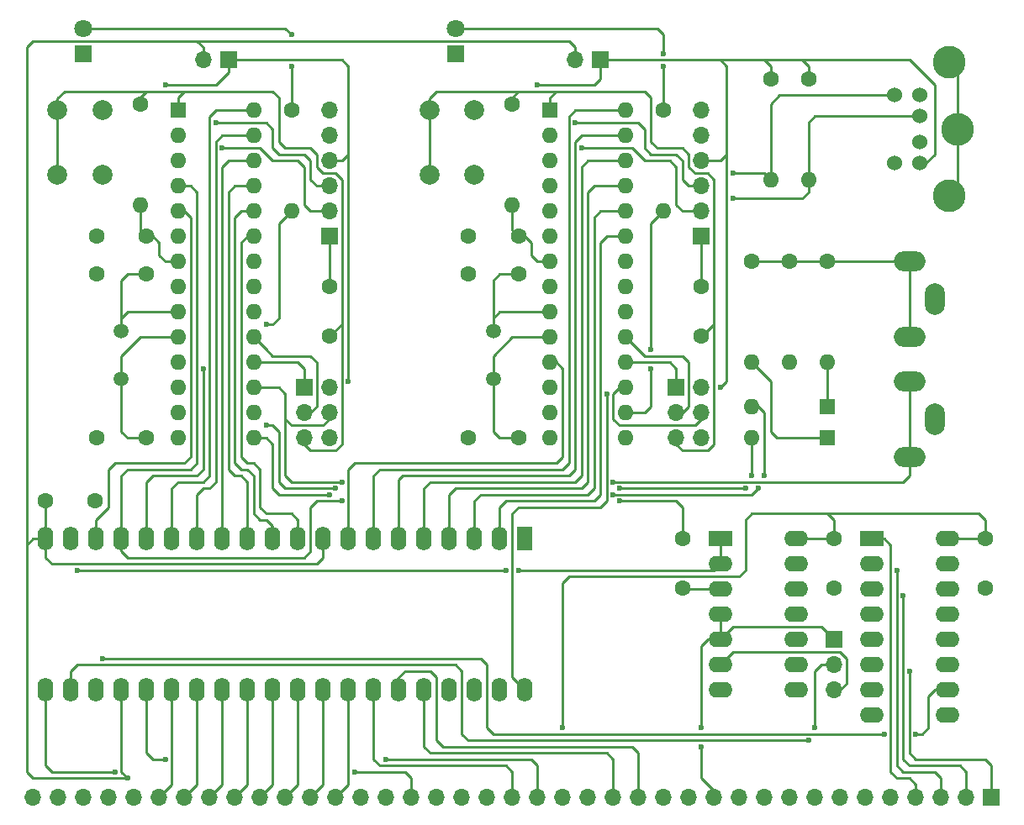
<source format=gtl>
G04 #@! TF.FileFunction,Copper,L1,Top,Signal*
%FSLAX46Y46*%
G04 Gerber Fmt 4.6, Leading zero omitted, Abs format (unit mm)*
G04 Created by KiCad (PCBNEW 4.0.7) date 01/22/20 13:23:20*
%MOMM*%
%LPD*%
G01*
G04 APERTURE LIST*
%ADD10C,0.100000*%
%ADD11C,1.600000*%
%ADD12R,1.600000X1.600000*%
%ADD13O,1.600000X1.600000*%
%ADD14R,1.800000X1.800000*%
%ADD15C,1.800000*%
%ADD16R,1.700000X1.700000*%
%ADD17O,1.700000X1.700000*%
%ADD18O,3.197860X1.998980*%
%ADD19O,1.998980X3.197860*%
%ADD20C,3.300000*%
%ADD21C,1.524000*%
%ADD22C,2.000000*%
%ADD23R,1.600000X2.400000*%
%ADD24O,1.600000X2.400000*%
%ADD25R,2.400000X1.600000*%
%ADD26O,2.400000X1.600000*%
%ADD27C,1.500000*%
%ADD28C,0.600000*%
%ADD29C,0.250000*%
G04 APERTURE END LIST*
D10*
D11*
X98425000Y-107315000D03*
X103425000Y-107315000D03*
X193040000Y-111125000D03*
X193040000Y-116125000D03*
X177800000Y-111125000D03*
X177800000Y-116125000D03*
X164465000Y-85725000D03*
X164465000Y-90725000D03*
X127000000Y-85725000D03*
X127000000Y-90725000D03*
X146050000Y-84455000D03*
X141050000Y-84455000D03*
X146050000Y-80645000D03*
X141050000Y-80645000D03*
X108585000Y-80645000D03*
X103585000Y-80645000D03*
X162560000Y-111125000D03*
X162560000Y-116125000D03*
X146050000Y-100965000D03*
X141050000Y-100965000D03*
X108585000Y-84455000D03*
X103585000Y-84455000D03*
X108585000Y-100965000D03*
X103585000Y-100965000D03*
D12*
X177165000Y-97790000D03*
D13*
X169545000Y-97790000D03*
D12*
X177165000Y-100965000D03*
D13*
X169545000Y-100965000D03*
D14*
X102235000Y-62230000D03*
D15*
X102235000Y-59690000D03*
D14*
X139700000Y-62230000D03*
D15*
X139700000Y-59690000D03*
D16*
X193675000Y-137160000D03*
D17*
X191135000Y-137160000D03*
X188595000Y-137160000D03*
X186055000Y-137160000D03*
X183515000Y-137160000D03*
X180975000Y-137160000D03*
X178435000Y-137160000D03*
X175895000Y-137160000D03*
X173355000Y-137160000D03*
X170815000Y-137160000D03*
X168275000Y-137160000D03*
X165735000Y-137160000D03*
X163195000Y-137160000D03*
X160655000Y-137160000D03*
X158115000Y-137160000D03*
X155575000Y-137160000D03*
X153035000Y-137160000D03*
X150495000Y-137160000D03*
X147955000Y-137160000D03*
X145415000Y-137160000D03*
X142875000Y-137160000D03*
X140335000Y-137160000D03*
X137795000Y-137160000D03*
X135255000Y-137160000D03*
X132715000Y-137160000D03*
X130175000Y-137160000D03*
X127635000Y-137160000D03*
X125095000Y-137160000D03*
X122555000Y-137160000D03*
X120015000Y-137160000D03*
X117475000Y-137160000D03*
X114935000Y-137160000D03*
X112395000Y-137160000D03*
X109855000Y-137160000D03*
X107315000Y-137160000D03*
X104775000Y-137160000D03*
X102235000Y-137160000D03*
X99695000Y-137160000D03*
X97155000Y-137160000D03*
D16*
X161925000Y-95885000D03*
D17*
X164465000Y-95885000D03*
X161925000Y-98425000D03*
X164465000Y-98425000D03*
X161925000Y-100965000D03*
X164465000Y-100965000D03*
D16*
X124460000Y-95885000D03*
D17*
X127000000Y-95885000D03*
X124460000Y-98425000D03*
X127000000Y-98425000D03*
X124460000Y-100965000D03*
X127000000Y-100965000D03*
D18*
X185420000Y-95250000D03*
D19*
X187960000Y-99060000D03*
D18*
X185420000Y-102870000D03*
X185420000Y-83185000D03*
D19*
X187960000Y-86995000D03*
D18*
X185420000Y-90805000D03*
D20*
X189445000Y-63100000D03*
X189445000Y-76600000D03*
D21*
X186445000Y-73250000D03*
X183945000Y-73250000D03*
X186445000Y-66450000D03*
X183945000Y-66450000D03*
X186445000Y-71150000D03*
X186445000Y-68550000D03*
D20*
X190245000Y-69850000D03*
D16*
X154305000Y-62865000D03*
D17*
X151765000Y-62865000D03*
D16*
X116840000Y-62865000D03*
D17*
X114300000Y-62865000D03*
D11*
X145415000Y-67310000D03*
D13*
X145415000Y-77470000D03*
D11*
X107950000Y-67310000D03*
D13*
X107950000Y-77470000D03*
D11*
X177165000Y-83185000D03*
D13*
X177165000Y-93345000D03*
D11*
X169545000Y-83185000D03*
D13*
X169545000Y-93345000D03*
D11*
X173355000Y-83185000D03*
D13*
X173355000Y-93345000D03*
D11*
X123190000Y-67945000D03*
D13*
X123190000Y-78105000D03*
D11*
X160655000Y-67945000D03*
D13*
X160655000Y-78105000D03*
D11*
X171450000Y-64770000D03*
D13*
X171450000Y-74930000D03*
D11*
X175260000Y-64770000D03*
D13*
X175260000Y-74930000D03*
D22*
X137105000Y-67945000D03*
X141605000Y-67945000D03*
X137105000Y-74445000D03*
X141605000Y-74445000D03*
X99640000Y-67945000D03*
X104140000Y-67945000D03*
X99640000Y-74445000D03*
X104140000Y-74445000D03*
D23*
X146685000Y-111125000D03*
D24*
X98425000Y-126365000D03*
X144145000Y-111125000D03*
X100965000Y-126365000D03*
X141605000Y-111125000D03*
X103505000Y-126365000D03*
X139065000Y-111125000D03*
X106045000Y-126365000D03*
X136525000Y-111125000D03*
X108585000Y-126365000D03*
X133985000Y-111125000D03*
X111125000Y-126365000D03*
X131445000Y-111125000D03*
X113665000Y-126365000D03*
X128905000Y-111125000D03*
X116205000Y-126365000D03*
X126365000Y-111125000D03*
X118745000Y-126365000D03*
X123825000Y-111125000D03*
X121285000Y-126365000D03*
X121285000Y-111125000D03*
X123825000Y-126365000D03*
X118745000Y-111125000D03*
X126365000Y-126365000D03*
X116205000Y-111125000D03*
X128905000Y-126365000D03*
X113665000Y-111125000D03*
X131445000Y-126365000D03*
X111125000Y-111125000D03*
X133985000Y-126365000D03*
X108585000Y-111125000D03*
X136525000Y-126365000D03*
X106045000Y-111125000D03*
X139065000Y-126365000D03*
X103505000Y-111125000D03*
X141605000Y-126365000D03*
X100965000Y-111125000D03*
X144145000Y-126365000D03*
X98425000Y-111125000D03*
X146685000Y-126365000D03*
D25*
X181610000Y-111125000D03*
D26*
X189230000Y-128905000D03*
X181610000Y-113665000D03*
X189230000Y-126365000D03*
X181610000Y-116205000D03*
X189230000Y-123825000D03*
X181610000Y-118745000D03*
X189230000Y-121285000D03*
X181610000Y-121285000D03*
X189230000Y-118745000D03*
X181610000Y-123825000D03*
X189230000Y-116205000D03*
X181610000Y-126365000D03*
X189230000Y-113665000D03*
X181610000Y-128905000D03*
X189230000Y-111125000D03*
D25*
X166370000Y-111125000D03*
D26*
X173990000Y-126365000D03*
X166370000Y-113665000D03*
X173990000Y-123825000D03*
X166370000Y-116205000D03*
X173990000Y-121285000D03*
X166370000Y-118745000D03*
X173990000Y-118745000D03*
X166370000Y-121285000D03*
X173990000Y-116205000D03*
X166370000Y-123825000D03*
X173990000Y-113665000D03*
X166370000Y-126365000D03*
X173990000Y-111125000D03*
D27*
X143510000Y-90170000D03*
X143510000Y-95050000D03*
X106045000Y-90170000D03*
X106045000Y-95050000D03*
D16*
X164465000Y-80645000D03*
D17*
X164465000Y-78105000D03*
X164465000Y-75565000D03*
X164465000Y-73025000D03*
X164465000Y-70485000D03*
X164465000Y-67945000D03*
D16*
X127000000Y-80645000D03*
D17*
X127000000Y-78105000D03*
X127000000Y-75565000D03*
X127000000Y-73025000D03*
X127000000Y-70485000D03*
X127000000Y-67945000D03*
D12*
X149225000Y-67945000D03*
D13*
X156845000Y-100965000D03*
X149225000Y-70485000D03*
X156845000Y-98425000D03*
X149225000Y-73025000D03*
X156845000Y-95885000D03*
X149225000Y-75565000D03*
X156845000Y-93345000D03*
X149225000Y-78105000D03*
X156845000Y-90805000D03*
X149225000Y-80645000D03*
X156845000Y-88265000D03*
X149225000Y-83185000D03*
X156845000Y-85725000D03*
X149225000Y-85725000D03*
X156845000Y-83185000D03*
X149225000Y-88265000D03*
X156845000Y-80645000D03*
X149225000Y-90805000D03*
X156845000Y-78105000D03*
X149225000Y-93345000D03*
X156845000Y-75565000D03*
X149225000Y-95885000D03*
X156845000Y-73025000D03*
X149225000Y-98425000D03*
X156845000Y-70485000D03*
X149225000Y-100965000D03*
X156845000Y-67945000D03*
D12*
X111760000Y-67945000D03*
D13*
X119380000Y-100965000D03*
X111760000Y-70485000D03*
X119380000Y-98425000D03*
X111760000Y-73025000D03*
X119380000Y-95885000D03*
X111760000Y-75565000D03*
X119380000Y-93345000D03*
X111760000Y-78105000D03*
X119380000Y-90805000D03*
X111760000Y-80645000D03*
X119380000Y-88265000D03*
X111760000Y-83185000D03*
X119380000Y-85725000D03*
X111760000Y-85725000D03*
X119380000Y-83185000D03*
X111760000Y-88265000D03*
X119380000Y-80645000D03*
X111760000Y-90805000D03*
X119380000Y-78105000D03*
X111760000Y-93345000D03*
X119380000Y-75565000D03*
X111760000Y-95885000D03*
X119380000Y-73025000D03*
X111760000Y-98425000D03*
X119380000Y-70485000D03*
X111760000Y-100965000D03*
X119380000Y-67945000D03*
D16*
X177800000Y-121285000D03*
D17*
X177800000Y-123825000D03*
X177800000Y-126365000D03*
D28*
X150495000Y-130175000D03*
X106680000Y-135255000D03*
X166370000Y-95885000D03*
X147955000Y-65405000D03*
X128905000Y-95250000D03*
X110490000Y-65405000D03*
X156210000Y-107315000D03*
X128270000Y-107315000D03*
X127000000Y-106680000D03*
X155575000Y-106680000D03*
X170815000Y-104775000D03*
X170180000Y-106045000D03*
X120650000Y-99695000D03*
X127635000Y-106045000D03*
X156210000Y-106045000D03*
X169545000Y-104775000D03*
X168910000Y-106045000D03*
X123190000Y-63500000D03*
X123190000Y-60325000D03*
X160655000Y-62230000D03*
X160655000Y-63500000D03*
X185420000Y-124460000D03*
X184785000Y-116840000D03*
X184150000Y-114300000D03*
X164465000Y-132080000D03*
X164465000Y-130175000D03*
X110490000Y-133350000D03*
X132715000Y-133350000D03*
X105410000Y-134620000D03*
X129540000Y-134620000D03*
X152400000Y-71755000D03*
X151765000Y-69215000D03*
X116205000Y-71755000D03*
X115570000Y-69215000D03*
X128270000Y-105410000D03*
X155575000Y-105410000D03*
X167640000Y-74295000D03*
X167640000Y-76835000D03*
X182880000Y-130810000D03*
X186055000Y-130810000D03*
X104140000Y-123190000D03*
X114300000Y-93980000D03*
X146050000Y-114300000D03*
X144780000Y-114300000D03*
X101600000Y-114300000D03*
X154940000Y-96520000D03*
X120650000Y-89535000D03*
X159385000Y-92075000D03*
X159385000Y-93980000D03*
X175895000Y-130175000D03*
X175260000Y-131445000D03*
D29*
X177800000Y-109220000D02*
X177165000Y-108585000D01*
X178435000Y-108585000D02*
X177165000Y-108585000D01*
X177165000Y-108585000D02*
X169545000Y-108585000D01*
X168910000Y-114300000D02*
X168910000Y-111760000D01*
X168275000Y-114935000D02*
X168910000Y-114300000D01*
X151130000Y-114935000D02*
X168275000Y-114935000D01*
X150495000Y-130175000D02*
X150495000Y-115570000D01*
X150495000Y-115570000D02*
X151130000Y-114935000D01*
X169545000Y-108585000D02*
X168910000Y-109220000D01*
X168910000Y-109220000D02*
X168910000Y-111760000D01*
X177800000Y-111125000D02*
X177800000Y-109220000D01*
X193040000Y-109220000D02*
X193040000Y-111125000D01*
X178435000Y-108585000D02*
X192405000Y-108585000D01*
X192405000Y-108585000D02*
X193040000Y-109220000D01*
X126365000Y-112395000D02*
X126365000Y-113030000D01*
X98425000Y-113030000D02*
X98425000Y-112395000D01*
X99060000Y-113665000D02*
X98425000Y-113030000D01*
X125730000Y-113665000D02*
X99060000Y-113665000D01*
X126365000Y-113030000D02*
X125730000Y-113665000D01*
X189230000Y-111125000D02*
X193040000Y-111125000D01*
X173990000Y-111125000D02*
X177800000Y-111125000D01*
X119380000Y-60960000D02*
X151130000Y-60960000D01*
X113665000Y-60960000D02*
X119380000Y-60960000D01*
X151765000Y-61595000D02*
X151765000Y-62865000D01*
X151130000Y-60960000D02*
X151765000Y-61595000D01*
X114300000Y-62865000D02*
X114300000Y-61595000D01*
X114300000Y-61595000D02*
X113665000Y-60960000D01*
X96520000Y-103505000D02*
X96520000Y-61595000D01*
X96520000Y-111760000D02*
X96520000Y-103505000D01*
X97155000Y-60960000D02*
X113665000Y-60960000D01*
X96520000Y-61595000D02*
X97155000Y-60960000D01*
X98425000Y-111125000D02*
X98425000Y-112395000D01*
X126365000Y-112395000D02*
X126365000Y-111125000D01*
X98425000Y-107315000D02*
X98425000Y-111125000D01*
X96520000Y-113030000D02*
X96520000Y-111760000D01*
X97155000Y-135255000D02*
X96520000Y-134620000D01*
X96520000Y-134620000D02*
X96520000Y-113030000D01*
X106680000Y-135255000D02*
X97155000Y-135255000D01*
X97155000Y-111125000D02*
X98425000Y-111125000D01*
X96520000Y-111760000D02*
X97155000Y-111125000D01*
X106045000Y-134620000D02*
X106045000Y-126365000D01*
X106680000Y-135255000D02*
X106045000Y-134620000D01*
X164465000Y-80645000D02*
X164465000Y-85725000D01*
X162560000Y-71755000D02*
X163195000Y-72390000D01*
X165100000Y-74295000D02*
X165735000Y-74930000D01*
X163830000Y-74295000D02*
X165100000Y-74295000D01*
X163195000Y-73660000D02*
X163830000Y-74295000D01*
X163195000Y-72390000D02*
X163195000Y-73660000D01*
X164465000Y-90725000D02*
X164545000Y-90725000D01*
X164545000Y-90725000D02*
X165735000Y-89535000D01*
X165735000Y-91995000D02*
X165735000Y-90170000D01*
X165735000Y-74930000D02*
X165735000Y-89535000D01*
X165735000Y-89535000D02*
X165735000Y-90170000D01*
X149860000Y-66040000D02*
X158750000Y-66040000D01*
X160020000Y-71755000D02*
X162560000Y-71755000D01*
X159385000Y-71120000D02*
X160020000Y-71755000D01*
X159385000Y-66675000D02*
X159385000Y-71120000D01*
X158750000Y-66040000D02*
X159385000Y-66675000D01*
X148590000Y-66040000D02*
X149860000Y-66040000D01*
X149860000Y-66040000D02*
X149225000Y-66675000D01*
X145415000Y-67310000D02*
X145415000Y-66675000D01*
X145415000Y-66675000D02*
X146050000Y-66040000D01*
X137105000Y-67945000D02*
X137105000Y-74445000D01*
X149225000Y-67945000D02*
X149225000Y-66675000D01*
X137105000Y-66730000D02*
X137105000Y-67945000D01*
X137795000Y-66040000D02*
X137105000Y-66730000D01*
X148590000Y-66040000D02*
X146050000Y-66040000D01*
X146050000Y-66040000D02*
X137795000Y-66040000D01*
X165735000Y-94615000D02*
X165735000Y-91995000D01*
X165100000Y-102235000D02*
X165735000Y-101600000D01*
X165735000Y-101600000D02*
X165735000Y-94615000D01*
X161925000Y-100965000D02*
X161925000Y-101600000D01*
X161925000Y-101600000D02*
X162560000Y-102235000D01*
X162560000Y-102235000D02*
X163195000Y-102235000D01*
X165100000Y-102235000D02*
X163195000Y-102235000D01*
X127000000Y-80645000D02*
X127000000Y-85725000D01*
X125095000Y-71755000D02*
X125730000Y-72390000D01*
X127635000Y-74295000D02*
X128270000Y-74930000D01*
X126365000Y-74295000D02*
X127635000Y-74295000D01*
X125730000Y-73660000D02*
X126365000Y-74295000D01*
X125730000Y-72390000D02*
X125730000Y-73660000D01*
X127000000Y-90725000D02*
X127080000Y-90725000D01*
X127080000Y-90725000D02*
X128270000Y-89535000D01*
X111760000Y-66675000D02*
X112395000Y-66040000D01*
X111125000Y-66040000D02*
X112395000Y-66040000D01*
X112395000Y-66040000D02*
X121285000Y-66040000D01*
X121285000Y-66040000D02*
X121920000Y-66675000D01*
X121920000Y-66675000D02*
X121920000Y-71120000D01*
X121920000Y-71120000D02*
X122555000Y-71755000D01*
X122555000Y-71755000D02*
X125095000Y-71755000D01*
X128270000Y-74930000D02*
X128270000Y-89535000D01*
X128270000Y-89535000D02*
X128270000Y-91995000D01*
X124460000Y-100965000D02*
X124460000Y-101600000D01*
X124460000Y-101600000D02*
X125095000Y-102235000D01*
X128270000Y-101600000D02*
X128270000Y-91995000D01*
X127635000Y-102235000D02*
X128270000Y-101600000D01*
X125095000Y-102235000D02*
X127635000Y-102235000D01*
X107950000Y-67310000D02*
X107950000Y-66675000D01*
X107950000Y-66675000D02*
X108585000Y-66040000D01*
X107315000Y-66040000D02*
X108585000Y-66040000D01*
X108585000Y-66040000D02*
X111125000Y-66040000D01*
X111760000Y-66675000D02*
X111760000Y-67945000D01*
X99640000Y-66730000D02*
X99640000Y-67945000D01*
X100330000Y-66040000D02*
X99640000Y-66730000D01*
X107315000Y-66040000D02*
X100330000Y-66040000D01*
X99640000Y-74445000D02*
X99640000Y-67945000D01*
X149225000Y-88265000D02*
X144145000Y-88265000D01*
X144145000Y-88265000D02*
X143510000Y-88900000D01*
X143510000Y-90170000D02*
X143510000Y-88900000D01*
X143510000Y-88900000D02*
X143510000Y-85090000D01*
X144145000Y-84455000D02*
X146050000Y-84455000D01*
X143510000Y-85090000D02*
X144145000Y-84455000D01*
X175260000Y-64770000D02*
X175260000Y-63500000D01*
X175260000Y-63500000D02*
X174625000Y-62865000D01*
X186445000Y-73250000D02*
X187100000Y-73250000D01*
X187100000Y-73250000D02*
X187960000Y-72390000D01*
X185420000Y-62865000D02*
X174625000Y-62865000D01*
X187960000Y-65405000D02*
X185420000Y-62865000D01*
X187960000Y-72390000D02*
X187960000Y-65405000D01*
X174625000Y-62865000D02*
X170815000Y-62865000D01*
X166370000Y-62865000D02*
X170815000Y-62865000D01*
X171450000Y-63500000D02*
X171450000Y-64770000D01*
X170815000Y-62865000D02*
X171450000Y-63500000D01*
X167005000Y-72390000D02*
X167005000Y-95250000D01*
X167005000Y-95250000D02*
X166370000Y-95885000D01*
X167005000Y-66040000D02*
X167005000Y-72390000D01*
X166370000Y-62865000D02*
X167005000Y-63500000D01*
X167005000Y-63500000D02*
X167005000Y-66040000D01*
X154305000Y-62865000D02*
X166370000Y-62865000D01*
X166370000Y-73025000D02*
X164465000Y-73025000D01*
X167005000Y-72390000D02*
X166370000Y-73025000D01*
X154305000Y-64770000D02*
X154305000Y-62865000D01*
X153670000Y-65405000D02*
X154305000Y-64770000D01*
X147955000Y-65405000D02*
X153670000Y-65405000D01*
X149225000Y-83185000D02*
X147955000Y-83185000D01*
X147320000Y-81280000D02*
X146685000Y-80645000D01*
X147320000Y-82550000D02*
X147320000Y-81280000D01*
X147955000Y-83185000D02*
X147320000Y-82550000D01*
X146685000Y-80645000D02*
X146050000Y-80645000D01*
X145415000Y-77470000D02*
X145415000Y-80010000D01*
X145415000Y-80010000D02*
X146050000Y-80645000D01*
X128905000Y-72390000D02*
X128905000Y-95250000D01*
X127000000Y-73025000D02*
X128270000Y-73025000D01*
X128270000Y-62865000D02*
X127635000Y-62865000D01*
X128905000Y-63500000D02*
X128270000Y-62865000D01*
X128905000Y-72390000D02*
X128905000Y-63500000D01*
X128270000Y-73025000D02*
X128905000Y-72390000D01*
X116840000Y-62865000D02*
X123825000Y-62865000D01*
X127635000Y-62865000D02*
X123825000Y-62865000D01*
X127000000Y-73025000D02*
X127635000Y-73025000D01*
X116840000Y-62865000D02*
X116840000Y-64135000D01*
X116840000Y-64135000D02*
X115570000Y-65405000D01*
X115570000Y-65405000D02*
X110490000Y-65405000D01*
X111760000Y-83185000D02*
X110490000Y-83185000D01*
X109855000Y-81280000D02*
X109220000Y-80645000D01*
X109855000Y-82550000D02*
X109855000Y-81280000D01*
X110490000Y-83185000D02*
X109855000Y-82550000D01*
X109220000Y-80645000D02*
X108585000Y-80645000D01*
X107950000Y-77470000D02*
X107950000Y-80010000D01*
X107950000Y-80010000D02*
X108585000Y-80645000D01*
X125095000Y-111125000D02*
X125095000Y-112395000D01*
X162560000Y-107950000D02*
X161925000Y-107315000D01*
X161925000Y-107315000D02*
X156210000Y-107315000D01*
X128270000Y-107315000D02*
X125730000Y-107315000D01*
X125730000Y-107315000D02*
X125095000Y-107950000D01*
X125095000Y-107950000D02*
X125095000Y-111125000D01*
X162560000Y-111125000D02*
X162560000Y-107950000D01*
X106045000Y-112395000D02*
X106045000Y-111125000D01*
X106680000Y-113030000D02*
X106045000Y-112395000D01*
X124460000Y-113030000D02*
X106680000Y-113030000D01*
X125095000Y-112395000D02*
X124460000Y-113030000D01*
X106045000Y-107950000D02*
X106045000Y-104775000D01*
X113030000Y-104140000D02*
X113665000Y-103505000D01*
X106680000Y-104140000D02*
X113030000Y-104140000D01*
X106045000Y-104775000D02*
X106680000Y-104140000D01*
X106045000Y-111125000D02*
X106045000Y-107950000D01*
X113030000Y-75565000D02*
X111760000Y-75565000D01*
X113665000Y-76200000D02*
X113030000Y-75565000D01*
X113665000Y-103505000D02*
X113665000Y-76200000D01*
X166370000Y-116205000D02*
X162640000Y-116205000D01*
X162640000Y-116205000D02*
X162560000Y-116125000D01*
X149225000Y-90805000D02*
X145415000Y-90805000D01*
X143510000Y-92710000D02*
X143510000Y-95050000D01*
X145415000Y-90805000D02*
X143510000Y-92710000D01*
X143510000Y-95050000D02*
X143510000Y-100330000D01*
X144145000Y-100965000D02*
X146050000Y-100965000D01*
X143510000Y-100330000D02*
X144145000Y-100965000D01*
X111760000Y-88265000D02*
X106680000Y-88265000D01*
X106680000Y-88265000D02*
X106045000Y-88900000D01*
X106045000Y-90170000D02*
X106045000Y-88900000D01*
X106045000Y-88900000D02*
X106045000Y-85090000D01*
X106045000Y-85090000D02*
X106680000Y-84455000D01*
X106680000Y-84455000D02*
X108585000Y-84455000D01*
X110490000Y-90805000D02*
X107950000Y-90805000D01*
X106045000Y-92710000D02*
X106045000Y-95050000D01*
X107950000Y-90805000D02*
X106045000Y-92710000D01*
X111760000Y-90805000D02*
X110490000Y-90805000D01*
X106045000Y-95050000D02*
X106045000Y-100330000D01*
X106680000Y-100965000D02*
X108585000Y-100965000D01*
X106045000Y-100330000D02*
X106680000Y-100965000D01*
X177165000Y-93345000D02*
X177165000Y-97790000D01*
X155575000Y-106680000D02*
X169545000Y-106680000D01*
X120650000Y-100965000D02*
X121285000Y-101600000D01*
X121285000Y-101600000D02*
X121285000Y-106045000D01*
X121285000Y-106045000D02*
X121920000Y-106680000D01*
X121920000Y-106680000D02*
X127000000Y-106680000D01*
X119380000Y-100965000D02*
X120650000Y-100965000D01*
X170815000Y-98425000D02*
X170180000Y-97790000D01*
X170815000Y-104775000D02*
X170815000Y-98425000D01*
X169545000Y-106680000D02*
X170180000Y-106045000D01*
X170180000Y-97790000D02*
X169545000Y-97790000D01*
X169545000Y-93345000D02*
X171450000Y-95250000D01*
X172085000Y-100965000D02*
X177165000Y-100965000D01*
X171450000Y-100330000D02*
X172085000Y-100965000D01*
X171450000Y-95250000D02*
X171450000Y-100330000D01*
X156210000Y-106045000D02*
X168910000Y-106045000D01*
X120650000Y-99695000D02*
X121285000Y-99695000D01*
X121285000Y-99695000D02*
X121920000Y-100330000D01*
X121920000Y-100330000D02*
X121920000Y-105410000D01*
X121920000Y-105410000D02*
X122555000Y-106045000D01*
X122555000Y-106045000D02*
X127635000Y-106045000D01*
X169545000Y-104775000D02*
X169545000Y-100965000D01*
X102235000Y-59690000D02*
X122555000Y-59690000D01*
X123190000Y-63500000D02*
X123190000Y-67945000D01*
X122555000Y-59690000D02*
X123190000Y-60325000D01*
X139700000Y-59690000D02*
X160020000Y-59690000D01*
X160655000Y-60325000D02*
X160655000Y-62230000D01*
X160655000Y-63500000D02*
X160655000Y-67945000D01*
X160020000Y-59690000D02*
X160655000Y-60325000D01*
X193675000Y-137160000D02*
X193675000Y-133985000D01*
X185420000Y-132715000D02*
X185420000Y-124460000D01*
X186055000Y-133350000D02*
X185420000Y-132715000D01*
X193040000Y-133350000D02*
X186055000Y-133350000D01*
X193675000Y-133985000D02*
X193040000Y-133350000D01*
X191135000Y-137160000D02*
X191135000Y-134620000D01*
X184785000Y-133350000D02*
X184785000Y-116840000D01*
X185420000Y-133985000D02*
X184785000Y-133350000D01*
X190500000Y-133985000D02*
X185420000Y-133985000D01*
X191135000Y-134620000D02*
X190500000Y-133985000D01*
X188595000Y-137160000D02*
X188595000Y-135255000D01*
X184150000Y-133985000D02*
X184150000Y-114300000D01*
X184785000Y-134620000D02*
X184150000Y-133985000D01*
X187960000Y-134620000D02*
X184785000Y-134620000D01*
X188595000Y-135255000D02*
X187960000Y-134620000D01*
X186055000Y-137160000D02*
X186055000Y-135890000D01*
X182880000Y-111125000D02*
X181610000Y-111125000D01*
X183515000Y-111760000D02*
X182880000Y-111125000D01*
X183515000Y-134620000D02*
X183515000Y-111760000D01*
X184150000Y-135255000D02*
X183515000Y-134620000D01*
X185420000Y-135255000D02*
X184150000Y-135255000D01*
X186055000Y-135890000D02*
X185420000Y-135255000D01*
X166370000Y-121285000D02*
X165100000Y-121285000D01*
X164465000Y-135255000D02*
X165735000Y-136525000D01*
X164465000Y-132080000D02*
X164465000Y-135255000D01*
X164465000Y-121920000D02*
X164465000Y-130175000D01*
X165100000Y-121285000D02*
X164465000Y-121920000D01*
X165735000Y-136525000D02*
X165735000Y-137160000D01*
X166370000Y-118745000D02*
X166370000Y-121285000D01*
X166370000Y-121285000D02*
X167640000Y-120015000D01*
X176530000Y-120015000D02*
X177800000Y-121285000D01*
X175895000Y-120015000D02*
X176530000Y-120015000D01*
X167640000Y-120015000D02*
X175895000Y-120015000D01*
X158115000Y-137160000D02*
X158115000Y-132715000D01*
X133985000Y-125095000D02*
X133985000Y-126365000D01*
X134620000Y-124460000D02*
X133985000Y-125095000D01*
X137160000Y-124460000D02*
X134620000Y-124460000D01*
X137795000Y-125095000D02*
X137160000Y-124460000D01*
X137795000Y-131445000D02*
X137795000Y-125095000D01*
X138430000Y-132080000D02*
X137795000Y-131445000D01*
X157480000Y-132080000D02*
X138430000Y-132080000D01*
X158115000Y-132715000D02*
X157480000Y-132080000D01*
X155575000Y-137160000D02*
X155575000Y-133350000D01*
X136525000Y-132080000D02*
X136525000Y-126365000D01*
X137160000Y-132715000D02*
X136525000Y-132080000D01*
X154940000Y-132715000D02*
X137160000Y-132715000D01*
X155575000Y-133350000D02*
X154940000Y-132715000D01*
X147955000Y-137160000D02*
X147955000Y-133985000D01*
X108585000Y-132715000D02*
X108585000Y-126365000D01*
X109220000Y-133350000D02*
X108585000Y-132715000D01*
X110490000Y-133350000D02*
X109220000Y-133350000D01*
X147320000Y-133350000D02*
X132715000Y-133350000D01*
X147955000Y-133985000D02*
X147320000Y-133350000D01*
X145415000Y-137160000D02*
X145415000Y-134620000D01*
X131445000Y-133350000D02*
X131445000Y-126365000D01*
X132080000Y-133985000D02*
X131445000Y-133350000D01*
X144780000Y-133985000D02*
X132080000Y-133985000D01*
X145415000Y-134620000D02*
X144780000Y-133985000D01*
X135255000Y-137160000D02*
X135255000Y-135255000D01*
X98425000Y-133985000D02*
X98425000Y-126365000D01*
X99060000Y-134620000D02*
X98425000Y-133985000D01*
X105410000Y-134620000D02*
X99060000Y-134620000D01*
X134620000Y-134620000D02*
X129540000Y-134620000D01*
X135255000Y-135255000D02*
X134620000Y-134620000D01*
X128905000Y-126365000D02*
X128905000Y-135890000D01*
X128905000Y-135890000D02*
X127635000Y-137160000D01*
X126365000Y-126365000D02*
X126365000Y-135890000D01*
X126365000Y-135890000D02*
X125095000Y-137160000D01*
X123825000Y-126365000D02*
X123825000Y-135890000D01*
X123825000Y-135890000D02*
X122555000Y-137160000D01*
X121285000Y-126365000D02*
X121285000Y-135890000D01*
X121285000Y-135890000D02*
X120015000Y-137160000D01*
X118745000Y-126365000D02*
X118745000Y-135890000D01*
X118745000Y-135890000D02*
X117475000Y-137160000D01*
X116205000Y-126365000D02*
X116205000Y-135890000D01*
X116205000Y-135890000D02*
X114935000Y-137160000D01*
X113665000Y-126365000D02*
X113665000Y-135890000D01*
X113665000Y-135890000D02*
X112395000Y-137160000D01*
X111125000Y-126365000D02*
X111125000Y-135890000D01*
X111125000Y-135890000D02*
X109855000Y-137160000D01*
X164465000Y-78105000D02*
X162560000Y-78105000D01*
X157480000Y-71755000D02*
X152400000Y-71755000D01*
X158750000Y-73025000D02*
X157480000Y-71755000D01*
X161290000Y-73025000D02*
X158750000Y-73025000D01*
X161925000Y-73660000D02*
X161290000Y-73025000D01*
X161925000Y-77470000D02*
X161925000Y-73660000D01*
X162560000Y-78105000D02*
X161925000Y-77470000D01*
X162560000Y-74295000D02*
X162560000Y-74930000D01*
X163195000Y-75565000D02*
X164465000Y-75565000D01*
X162560000Y-74930000D02*
X163195000Y-75565000D01*
X164465000Y-75565000D02*
X163830000Y-75565000D01*
X162560000Y-74295000D02*
X162560000Y-73025000D01*
X162560000Y-73025000D02*
X161925000Y-72390000D01*
X161925000Y-72390000D02*
X159385000Y-72390000D01*
X159385000Y-72390000D02*
X158750000Y-71755000D01*
X158750000Y-71755000D02*
X158750000Y-69850000D01*
X158750000Y-69850000D02*
X158115000Y-69215000D01*
X158115000Y-69215000D02*
X151765000Y-69215000D01*
X127000000Y-78105000D02*
X125095000Y-78105000D01*
X120015000Y-71755000D02*
X116205000Y-71755000D01*
X121285000Y-73025000D02*
X120015000Y-71755000D01*
X123825000Y-73025000D02*
X121285000Y-73025000D01*
X124460000Y-73660000D02*
X123825000Y-73025000D01*
X124460000Y-77470000D02*
X124460000Y-73660000D01*
X125095000Y-78105000D02*
X124460000Y-77470000D01*
X127000000Y-75565000D02*
X125730000Y-75565000D01*
X120650000Y-69215000D02*
X115570000Y-69215000D01*
X121285000Y-69850000D02*
X120650000Y-69215000D01*
X121285000Y-71755000D02*
X121285000Y-69850000D01*
X121920000Y-72390000D02*
X121285000Y-71755000D01*
X124460000Y-72390000D02*
X121920000Y-72390000D01*
X125095000Y-73025000D02*
X124460000Y-72390000D01*
X125095000Y-74930000D02*
X125095000Y-73025000D01*
X125730000Y-75565000D02*
X125095000Y-74930000D01*
X161925000Y-95885000D02*
X161925000Y-93980000D01*
X161290000Y-93345000D02*
X156845000Y-93345000D01*
X161925000Y-93980000D02*
X161290000Y-93345000D01*
X158115000Y-92075000D02*
X156845000Y-90805000D01*
X161925000Y-98425000D02*
X162560000Y-98425000D01*
X162560000Y-98425000D02*
X163195000Y-97790000D01*
X163195000Y-97790000D02*
X163195000Y-93345000D01*
X163195000Y-93345000D02*
X162560000Y-92710000D01*
X162560000Y-92710000D02*
X158750000Y-92710000D01*
X158750000Y-92710000D02*
X158115000Y-92075000D01*
X156845000Y-95885000D02*
X156210000Y-95885000D01*
X156210000Y-95885000D02*
X155575000Y-96520000D01*
X155575000Y-96520000D02*
X155575000Y-99060000D01*
X155575000Y-99060000D02*
X156210000Y-99695000D01*
X156210000Y-99695000D02*
X163830000Y-99695000D01*
X163830000Y-99695000D02*
X164465000Y-99060000D01*
X164465000Y-99060000D02*
X164465000Y-98425000D01*
X124460000Y-95885000D02*
X124460000Y-93980000D01*
X123825000Y-93345000D02*
X119380000Y-93345000D01*
X124460000Y-93980000D02*
X123825000Y-93345000D01*
X120650000Y-92075000D02*
X119380000Y-90805000D01*
X124460000Y-98425000D02*
X125095000Y-98425000D01*
X125095000Y-98425000D02*
X125730000Y-97790000D01*
X125730000Y-97790000D02*
X125730000Y-93345000D01*
X125730000Y-93345000D02*
X125095000Y-92710000D01*
X125095000Y-92710000D02*
X121285000Y-92710000D01*
X121285000Y-92710000D02*
X120650000Y-92075000D01*
X155575000Y-105410000D02*
X184785000Y-105410000D01*
X122555000Y-104775000D02*
X123190000Y-105410000D01*
X123190000Y-105410000D02*
X128270000Y-105410000D01*
X122555000Y-99060000D02*
X122555000Y-104775000D01*
X185420000Y-104775000D02*
X185420000Y-102870000D01*
X184785000Y-105410000D02*
X185420000Y-104775000D01*
X119380000Y-95885000D02*
X121920000Y-95885000D01*
X122555000Y-99060000D02*
X123190000Y-99695000D01*
X122555000Y-96520000D02*
X122555000Y-99060000D01*
X121920000Y-95885000D02*
X122555000Y-96520000D01*
X185420000Y-102870000D02*
X185420000Y-95250000D01*
X127000000Y-98425000D02*
X127000000Y-99060000D01*
X127000000Y-99060000D02*
X126365000Y-99695000D01*
X126365000Y-99695000D02*
X123190000Y-99695000D01*
X120015000Y-95885000D02*
X119380000Y-95885000D01*
X177165000Y-83185000D02*
X185420000Y-83185000D01*
X173355000Y-83185000D02*
X169545000Y-83185000D01*
X177165000Y-83185000D02*
X173355000Y-83185000D01*
X185420000Y-90805000D02*
X185420000Y-83185000D01*
X190245000Y-69850000D02*
X190245000Y-63900000D01*
X190245000Y-63900000D02*
X189445000Y-63100000D01*
X190245000Y-69850000D02*
X190245000Y-75800000D01*
X190245000Y-75800000D02*
X189445000Y-76600000D01*
X167640000Y-74295000D02*
X170815000Y-74295000D01*
X170815000Y-74295000D02*
X171450000Y-74930000D01*
X183945000Y-66450000D02*
X172310000Y-66450000D01*
X171450000Y-67310000D02*
X171450000Y-74930000D01*
X172310000Y-66450000D02*
X171450000Y-67310000D01*
X175260000Y-76200000D02*
X175260000Y-74930000D01*
X174625000Y-76835000D02*
X175260000Y-76200000D01*
X167640000Y-76835000D02*
X174625000Y-76835000D01*
X186445000Y-68550000D02*
X175925000Y-68550000D01*
X175260000Y-69215000D02*
X175260000Y-74930000D01*
X175925000Y-68550000D02*
X175260000Y-69215000D01*
X144145000Y-111125000D02*
X144145000Y-107950000D01*
X154940000Y-80645000D02*
X156845000Y-80645000D01*
X154305000Y-81280000D02*
X154940000Y-80645000D01*
X154305000Y-106680000D02*
X154305000Y-81280000D01*
X153670000Y-107315000D02*
X154305000Y-106680000D01*
X144780000Y-107315000D02*
X153670000Y-107315000D01*
X144145000Y-107950000D02*
X144780000Y-107315000D01*
X141605000Y-111125000D02*
X141605000Y-107315000D01*
X154305000Y-78105000D02*
X156845000Y-78105000D01*
X153670000Y-78740000D02*
X154305000Y-78105000D01*
X153670000Y-106045000D02*
X153670000Y-78740000D01*
X153035000Y-106680000D02*
X153670000Y-106045000D01*
X142240000Y-106680000D02*
X153035000Y-106680000D01*
X141605000Y-107315000D02*
X142240000Y-106680000D01*
X189230000Y-126365000D02*
X187960000Y-126365000D01*
X143510000Y-130810000D02*
X149225000Y-130810000D01*
X142875000Y-130175000D02*
X143510000Y-130810000D01*
X142875000Y-123825000D02*
X142875000Y-130175000D01*
X142240000Y-123190000D02*
X142875000Y-123825000D01*
X104140000Y-123190000D02*
X142240000Y-123190000D01*
X149225000Y-130810000D02*
X182880000Y-130810000D01*
X186690000Y-130810000D02*
X186055000Y-130810000D01*
X187325000Y-130175000D02*
X186690000Y-130810000D01*
X187325000Y-127000000D02*
X187325000Y-130175000D01*
X187960000Y-126365000D02*
X187325000Y-127000000D01*
X139065000Y-111125000D02*
X139065000Y-106680000D01*
X153670000Y-75565000D02*
X156845000Y-75565000D01*
X153035000Y-76200000D02*
X153670000Y-75565000D01*
X153035000Y-105410000D02*
X153035000Y-76200000D01*
X152400000Y-106045000D02*
X153035000Y-105410000D01*
X139700000Y-106045000D02*
X152400000Y-106045000D01*
X139065000Y-106680000D02*
X139700000Y-106045000D01*
X151130000Y-105410000D02*
X151765000Y-105410000D01*
X136525000Y-106045000D02*
X137160000Y-105410000D01*
X137160000Y-105410000D02*
X151130000Y-105410000D01*
X136525000Y-111125000D02*
X136525000Y-106045000D01*
X153035000Y-73025000D02*
X156845000Y-73025000D01*
X152400000Y-73660000D02*
X153035000Y-73025000D01*
X152400000Y-104775000D02*
X152400000Y-73660000D01*
X151765000Y-105410000D02*
X152400000Y-104775000D01*
X151130000Y-104775000D02*
X151765000Y-104140000D01*
X133985000Y-105225002D02*
X134435002Y-104775000D01*
X134435002Y-104775000D02*
X151130000Y-104775000D01*
X133985000Y-111125000D02*
X133985000Y-105225002D01*
X152400000Y-70485000D02*
X156845000Y-70485000D01*
X151765000Y-71120000D02*
X152400000Y-70485000D01*
X151765000Y-104140000D02*
X151765000Y-71120000D01*
X131445000Y-111125000D02*
X131445000Y-104775000D01*
X151765000Y-67945000D02*
X156845000Y-67945000D01*
X151130000Y-68580000D02*
X151765000Y-67945000D01*
X151130000Y-103505000D02*
X151130000Y-68580000D01*
X150495000Y-104140000D02*
X151130000Y-103505000D01*
X132080000Y-104140000D02*
X150495000Y-104140000D01*
X131445000Y-104775000D02*
X132080000Y-104140000D01*
X150495000Y-102870000D02*
X150495000Y-93980000D01*
X149860000Y-103505000D02*
X150495000Y-102870000D01*
X128905000Y-111125000D02*
X128905000Y-104140000D01*
X128905000Y-104140000D02*
X129540000Y-103505000D01*
X129540000Y-103505000D02*
X149860000Y-103505000D01*
X150495000Y-93980000D02*
X149860000Y-93345000D01*
X149860000Y-93345000D02*
X149225000Y-93345000D01*
X119380000Y-103505000D02*
X120015000Y-104140000D01*
X123190000Y-108585000D02*
X123825000Y-109220000D01*
X120650000Y-108585000D02*
X123190000Y-108585000D01*
X120015000Y-107950000D02*
X120650000Y-108585000D01*
X120015000Y-104140000D02*
X120015000Y-107950000D01*
X118110000Y-102870000D02*
X118745000Y-103505000D01*
X118745000Y-103505000D02*
X119380000Y-103505000D01*
X123825000Y-111125000D02*
X123825000Y-109220000D01*
X118110000Y-81280000D02*
X118745000Y-80645000D01*
X118110000Y-102870000D02*
X118110000Y-81280000D01*
X118745000Y-80645000D02*
X119380000Y-80645000D01*
X118745000Y-104140000D02*
X119380000Y-104775000D01*
X120650000Y-109220000D02*
X121285000Y-109855000D01*
X120015000Y-109220000D02*
X120650000Y-109220000D01*
X119380000Y-108585000D02*
X120015000Y-109220000D01*
X119380000Y-104775000D02*
X119380000Y-108585000D01*
X118110000Y-104140000D02*
X117475000Y-103505000D01*
X118745000Y-104140000D02*
X118110000Y-104140000D01*
X121285000Y-111125000D02*
X121285000Y-109855000D01*
X118110000Y-78105000D02*
X119380000Y-78105000D01*
X117475000Y-78740000D02*
X118110000Y-78105000D01*
X117475000Y-103505000D02*
X117475000Y-78740000D01*
X118745000Y-107950000D02*
X118745000Y-105410000D01*
X117475000Y-104775000D02*
X116840000Y-104140000D01*
X118110000Y-104775000D02*
X117475000Y-104775000D01*
X118745000Y-105410000D02*
X118110000Y-104775000D01*
X118745000Y-111125000D02*
X118745000Y-107950000D01*
X117475000Y-75565000D02*
X119380000Y-75565000D01*
X116840000Y-76200000D02*
X117475000Y-75565000D01*
X116840000Y-104140000D02*
X116840000Y-76200000D01*
X116205000Y-111125000D02*
X116205000Y-73660000D01*
X116840000Y-73025000D02*
X119380000Y-73025000D01*
X116205000Y-73660000D02*
X116840000Y-73025000D01*
X113665000Y-107950000D02*
X113665000Y-106680000D01*
X114935000Y-106045000D02*
X115570000Y-105410000D01*
X114300000Y-106045000D02*
X114935000Y-106045000D01*
X113665000Y-106680000D02*
X114300000Y-106045000D01*
X113665000Y-111125000D02*
X113665000Y-107950000D01*
X116205000Y-70485000D02*
X119380000Y-70485000D01*
X115570000Y-71120000D02*
X116205000Y-70485000D01*
X115570000Y-105410000D02*
X115570000Y-71120000D01*
X111125000Y-107315000D02*
X111125000Y-106045000D01*
X114300000Y-105410000D02*
X114935000Y-104775000D01*
X111760000Y-105410000D02*
X114300000Y-105410000D01*
X111125000Y-106045000D02*
X111760000Y-105410000D01*
X111125000Y-111125000D02*
X111125000Y-107315000D01*
X115570000Y-67945000D02*
X119380000Y-67945000D01*
X114935000Y-68580000D02*
X115570000Y-67945000D01*
X114935000Y-104775000D02*
X114935000Y-68580000D01*
X108585000Y-106680000D02*
X108585000Y-105410000D01*
X113665000Y-104775000D02*
X114300000Y-104140000D01*
X109220000Y-104775000D02*
X113665000Y-104775000D01*
X108585000Y-105410000D02*
X109220000Y-104775000D01*
X108585000Y-111125000D02*
X108585000Y-106680000D01*
X114300000Y-104140000D02*
X114300000Y-93980000D01*
X113030000Y-102870000D02*
X112395000Y-103505000D01*
X104775000Y-104140000D02*
X104775000Y-107950000D01*
X105410000Y-103505000D02*
X104775000Y-104140000D01*
X112395000Y-103505000D02*
X105410000Y-103505000D01*
X113030000Y-100330000D02*
X113030000Y-78740000D01*
X103505000Y-109220000D02*
X104775000Y-107950000D01*
X103505000Y-111125000D02*
X103505000Y-109220000D01*
X113030000Y-102870000D02*
X113030000Y-100330000D01*
X113030000Y-78740000D02*
X112395000Y-78105000D01*
X112395000Y-78105000D02*
X111760000Y-78105000D01*
X144145000Y-114300000D02*
X144780000Y-114300000D01*
X165100000Y-114300000D02*
X165735000Y-114300000D01*
X146050000Y-114300000D02*
X165100000Y-114300000D01*
X165735000Y-114300000D02*
X166370000Y-113665000D01*
X144145000Y-114300000D02*
X101600000Y-114300000D01*
X166370000Y-113665000D02*
X166370000Y-111125000D01*
X154940000Y-107315000D02*
X154305000Y-107950000D01*
X145415000Y-125095000D02*
X146685000Y-126365000D01*
X145415000Y-108585000D02*
X145415000Y-125095000D01*
X146050000Y-107950000D02*
X145415000Y-108585000D01*
X154305000Y-107950000D02*
X146050000Y-107950000D01*
X154940000Y-107315000D02*
X154940000Y-96520000D01*
X123190000Y-78105000D02*
X121920000Y-79375000D01*
X121285000Y-89535000D02*
X120650000Y-89535000D01*
X121920000Y-88900000D02*
X121285000Y-89535000D01*
X121920000Y-88265000D02*
X121920000Y-88900000D01*
X121920000Y-79375000D02*
X121920000Y-88265000D01*
X156845000Y-98425000D02*
X158750000Y-98425000D01*
X159385000Y-79375000D02*
X160655000Y-78105000D01*
X159385000Y-92075000D02*
X159385000Y-79375000D01*
X159385000Y-97790000D02*
X159385000Y-93980000D01*
X158750000Y-98425000D02*
X159385000Y-97790000D01*
X175895000Y-125095000D02*
X175895000Y-124460000D01*
X176530000Y-123825000D02*
X177800000Y-123825000D01*
X175895000Y-124460000D02*
X176530000Y-123825000D01*
X177800000Y-123825000D02*
X177165000Y-123825000D01*
X175895000Y-125095000D02*
X175895000Y-130175000D01*
X175260000Y-131445000D02*
X165100000Y-131445000D01*
X100965000Y-124460000D02*
X100965000Y-126365000D01*
X101600000Y-123825000D02*
X100965000Y-124460000D01*
X139700000Y-123825000D02*
X101600000Y-123825000D01*
X140335000Y-124460000D02*
X139700000Y-123825000D01*
X140335000Y-130810000D02*
X140335000Y-124460000D01*
X140970000Y-131445000D02*
X140335000Y-130810000D01*
X165100000Y-131445000D02*
X140970000Y-131445000D01*
X177800000Y-126365000D02*
X178435000Y-126365000D01*
X178435000Y-126365000D02*
X179070000Y-125730000D01*
X179070000Y-123190000D02*
X178435000Y-122555000D01*
X179070000Y-125730000D02*
X179070000Y-123190000D01*
X166370000Y-123825000D02*
X167640000Y-122555000D01*
X167640000Y-122555000D02*
X178435000Y-122555000D01*
M02*

</source>
